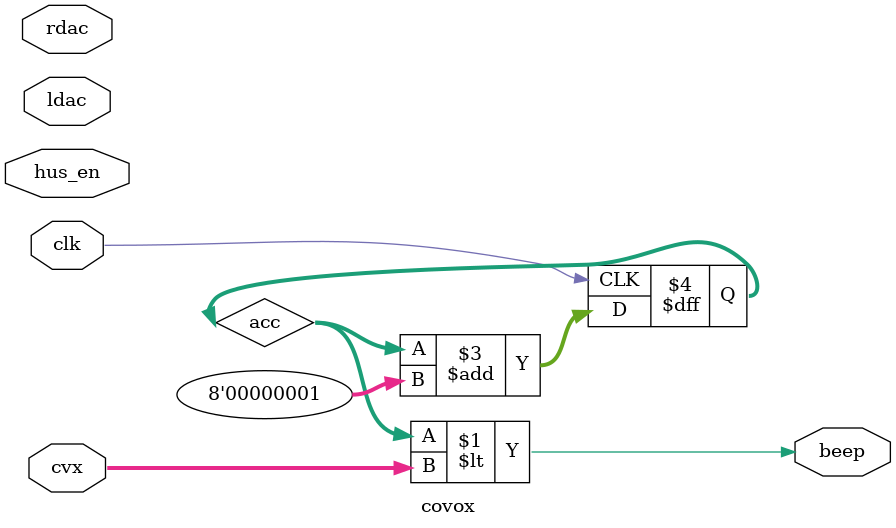
<source format=v>
`include "../include/tune.v"



module covox(
	input clk, hus_en,
	input [7:0] cvx,
	input [15:0] ldac, rdac,
	output beep
	);

	reg [7:0] acc;
	
	assign beep = (acc[7:0] < cvx);
	
always @(posedge clk)
		acc <= acc + 8'b1;

endmodule

</source>
